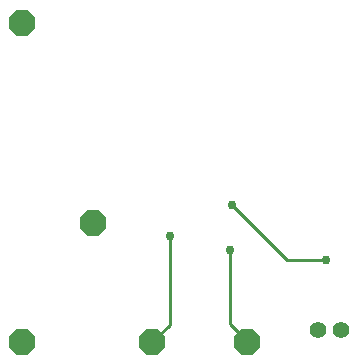
<source format=gbr>
G04 EAGLE Gerber RS-274X export*
G75*
%MOMM*%
%FSLAX34Y34*%
%LPD*%
%INBottom Copper*%
%IPPOS*%
%AMOC8*
5,1,8,0,0,1.08239X$1,22.5*%
G01*
%ADD10P,2.336880X8X22.500000*%
%ADD11C,1.408000*%
%ADD12C,0.254000*%
%ADD13C,0.756400*%


D10*
X84000Y126000D03*
X24000Y26000D03*
X24000Y296000D03*
D11*
X274000Y36000D03*
X294000Y36000D03*
D10*
X214000Y26000D03*
X134000Y26000D03*
D12*
X148736Y40416D02*
X148736Y115600D01*
X148736Y40416D02*
X134576Y26256D01*
X134000Y26000D01*
D13*
X148736Y115600D03*
D12*
X199600Y103472D02*
X199600Y40480D01*
X213824Y26256D01*
X214000Y26000D01*
D13*
X199600Y103472D03*
D12*
X248208Y95344D02*
X280784Y95344D01*
X248208Y95344D02*
X201568Y141984D01*
D13*
X280784Y95344D03*
X201568Y141984D03*
M02*

</source>
